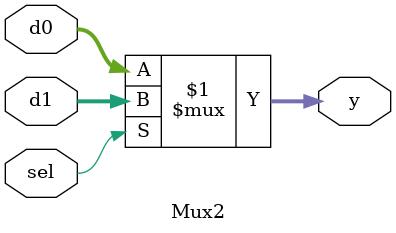
<source format=sv>
module Mux2(
	input logic [31:0] d0, d1,
	input logic sel,
	output logic [31:0] y
);

	assign y = sel ? d1 : d0;  //sel=1 : d1 , sel =0 : d0

endmodule

</source>
